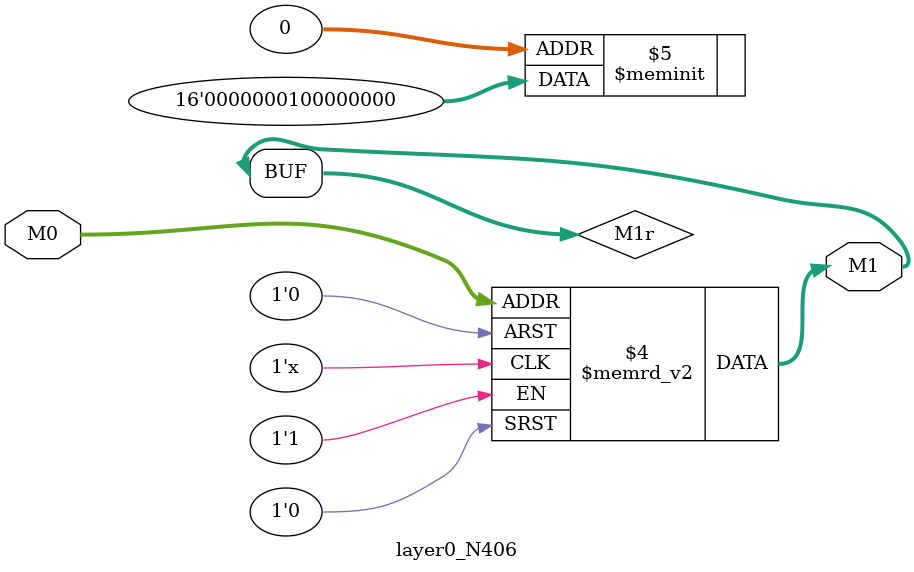
<source format=v>
module layer0_N406 ( input [2:0] M0, output [1:0] M1 );

	(*rom_style = "distributed" *) reg [1:0] M1r;
	assign M1 = M1r;
	always @ (M0) begin
		case (M0)
			3'b000: M1r = 2'b00;
			3'b100: M1r = 2'b01;
			3'b010: M1r = 2'b00;
			3'b110: M1r = 2'b00;
			3'b001: M1r = 2'b00;
			3'b101: M1r = 2'b00;
			3'b011: M1r = 2'b00;
			3'b111: M1r = 2'b00;

		endcase
	end
endmodule

</source>
